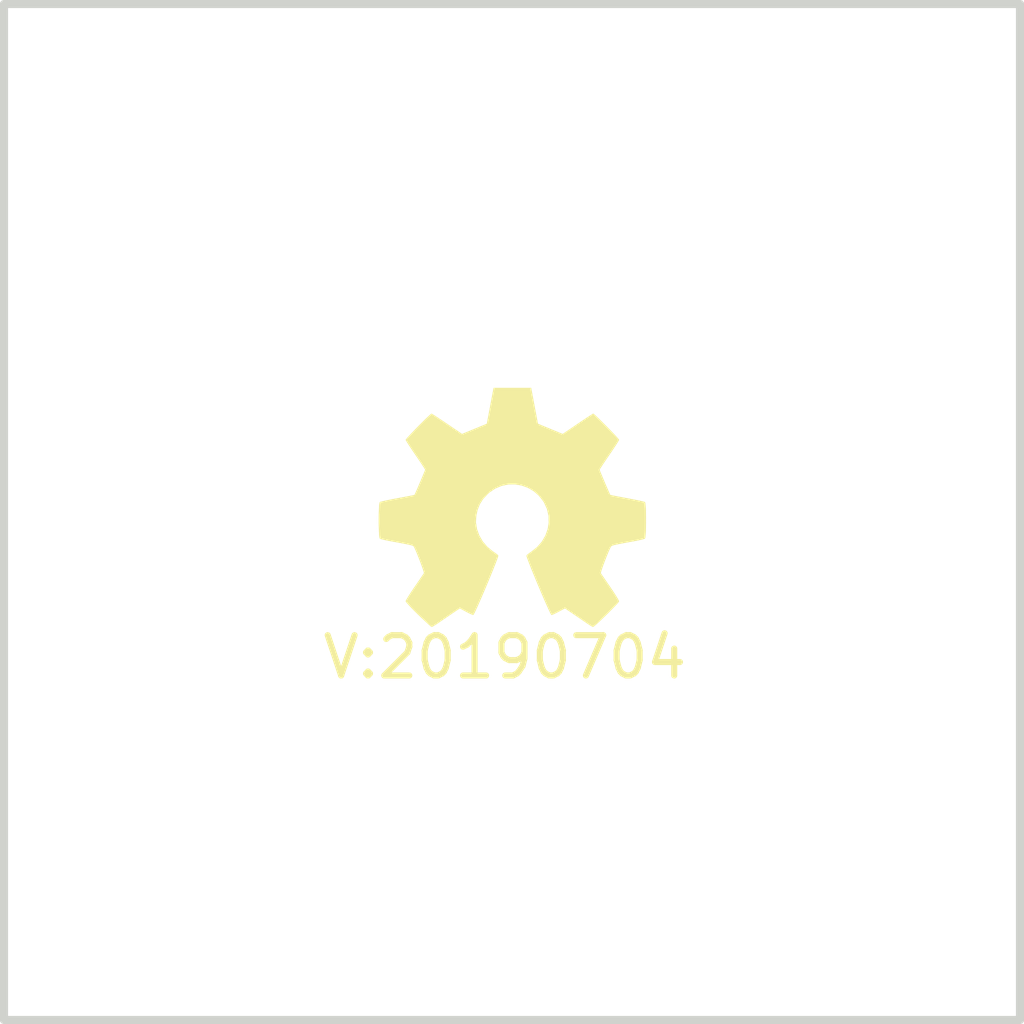
<source format=kicad_pcb>
(kicad_pcb (version 20171130) (host pcbnew 5.1.2-f72e74a~84~ubuntu18.04.1)

  (general
    (thickness 1.6)
    (drawings 4)
    (tracks 0)
    (zones 0)
    (modules 2)
    (nets 1)
  )

  (page A4)
  (layers
    (0 F.Cu signal)
    (31 B.Cu signal)
    (32 B.Adhes user)
    (33 F.Adhes user)
    (34 B.Paste user)
    (35 F.Paste user)
    (36 B.SilkS user)
    (37 F.SilkS user)
    (38 B.Mask user)
    (39 F.Mask user)
    (40 Dwgs.User user)
    (41 Cmts.User user)
    (42 Eco1.User user)
    (43 Eco2.User user)
    (44 Edge.Cuts user)
    (45 Margin user)
    (46 B.CrtYd user)
    (47 F.CrtYd user)
    (48 B.Fab user)
    (49 F.Fab user)
  )

  (setup
    (last_trace_width 0.1524)
    (user_trace_width 0.1524)
    (user_trace_width 0.2)
    (user_trace_width 0.3)
    (user_trace_width 0.4)
    (user_trace_width 0.6)
    (user_trace_width 1)
    (user_trace_width 1.5)
    (user_trace_width 2)
    (trace_clearance 0.1524)
    (zone_clearance 0.508)
    (zone_45_only no)
    (trace_min 0.1524)
    (via_size 0.381)
    (via_drill 0.254)
    (via_min_size 0.381)
    (via_min_drill 0.254)
    (user_via 0.4 0.254)
    (user_via 0.6 0.4)
    (user_via 0.8 0.6)
    (user_via 1 0.8)
    (user_via 1.3 1)
    (user_via 1.5 1.2)
    (user_via 1.7 1.4)
    (user_via 1.9 1.6)
    (uvia_size 0.381)
    (uvia_drill 0.254)
    (uvias_allowed no)
    (uvia_min_size 0.381)
    (uvia_min_drill 0.254)
    (edge_width 0.15)
    (segment_width 0.2)
    (pcb_text_width 0.3)
    (pcb_text_size 1.5 1.5)
    (mod_edge_width 0.15)
    (mod_text_size 1 1)
    (mod_text_width 0.15)
    (pad_size 1.524 1.524)
    (pad_drill 0.762)
    (pad_to_mask_clearance 0.1)
    (solder_mask_min_width 0.15)
    (aux_axis_origin 0 0)
    (visible_elements FFFFFF7F)
    (pcbplotparams
      (layerselection 0x010fc_ffffffff)
      (usegerberextensions true)
      (usegerberattributes false)
      (usegerberadvancedattributes false)
      (creategerberjobfile false)
      (excludeedgelayer true)
      (linewidth 0.100000)
      (plotframeref false)
      (viasonmask false)
      (mode 1)
      (useauxorigin false)
      (hpglpennumber 1)
      (hpglpenspeed 20)
      (hpglpendiameter 15.000000)
      (psnegative false)
      (psa4output false)
      (plotreference true)
      (plotvalue true)
      (plotinvisibletext false)
      (padsonsilk false)
      (subtractmaskfromsilk false)
      (outputformat 1)
      (mirror false)
      (drillshape 0)
      (scaleselection 1)
      (outputdirectory "OSH_Park_2_layer_plots"))
  )

  (net 0 "")

  (net_class Default "This is the default net class."
    (clearance 0.1524)
    (trace_width 0.1524)
    (via_dia 0.381)
    (via_drill 0.254)
    (uvia_dia 0.381)
    (uvia_drill 0.254)
  )

  (module Symbols:OSHW-Symbol_6.7x6mm_SilkScreen (layer F.Cu) (tedit 0) (tstamp 5A135134)
    (at 148 101)
    (descr "Open Source Hardware Symbol")
    (tags "Logo Symbol OSHW")
    (path /5A135869)
    (attr virtual)
    (fp_text reference N1 (at 0 0) (layer F.SilkS) hide
      (effects (font (size 1 1) (thickness 0.15)))
    )
    (fp_text value OHWLOGO (at 0.75 0) (layer F.Fab) hide
      (effects (font (size 1 1) (thickness 0.15)))
    )
    (fp_poly (pts (xy 0.555814 -2.531069) (xy 0.639635 -2.086445) (xy 0.94892 -1.958947) (xy 1.258206 -1.831449)
      (xy 1.629246 -2.083754) (xy 1.733157 -2.154004) (xy 1.827087 -2.216728) (xy 1.906652 -2.269062)
      (xy 1.96747 -2.308143) (xy 2.005157 -2.331107) (xy 2.015421 -2.336058) (xy 2.03391 -2.323324)
      (xy 2.07342 -2.288118) (xy 2.129522 -2.234938) (xy 2.197787 -2.168282) (xy 2.273786 -2.092646)
      (xy 2.353092 -2.012528) (xy 2.431275 -1.932426) (xy 2.503907 -1.856836) (xy 2.566559 -1.790255)
      (xy 2.614803 -1.737182) (xy 2.64421 -1.702113) (xy 2.651241 -1.690377) (xy 2.641123 -1.66874)
      (xy 2.612759 -1.621338) (xy 2.569129 -1.552807) (xy 2.513218 -1.467785) (xy 2.448006 -1.370907)
      (xy 2.410219 -1.31565) (xy 2.341343 -1.214752) (xy 2.28014 -1.123701) (xy 2.229578 -1.04703)
      (xy 2.192628 -0.989272) (xy 2.172258 -0.954957) (xy 2.169197 -0.947746) (xy 2.176136 -0.927252)
      (xy 2.195051 -0.879487) (xy 2.223087 -0.811168) (xy 2.257391 -0.729011) (xy 2.295109 -0.63973)
      (xy 2.333387 -0.550042) (xy 2.36937 -0.466662) (xy 2.400206 -0.396306) (xy 2.423039 -0.34569)
      (xy 2.435017 -0.321529) (xy 2.435724 -0.320578) (xy 2.454531 -0.315964) (xy 2.504618 -0.305672)
      (xy 2.580793 -0.290713) (xy 2.677865 -0.272099) (xy 2.790643 -0.250841) (xy 2.856442 -0.238582)
      (xy 2.97695 -0.215638) (xy 3.085797 -0.193805) (xy 3.177476 -0.174278) (xy 3.246481 -0.158252)
      (xy 3.287304 -0.146921) (xy 3.295511 -0.143326) (xy 3.303548 -0.118994) (xy 3.310033 -0.064041)
      (xy 3.31497 0.015108) (xy 3.318364 0.112026) (xy 3.320218 0.220287) (xy 3.320538 0.333465)
      (xy 3.319327 0.445135) (xy 3.31659 0.548868) (xy 3.312331 0.638241) (xy 3.306555 0.706826)
      (xy 3.299267 0.748197) (xy 3.294895 0.75681) (xy 3.268764 0.767133) (xy 3.213393 0.781892)
      (xy 3.136107 0.799352) (xy 3.04423 0.81778) (xy 3.012158 0.823741) (xy 2.857524 0.852066)
      (xy 2.735375 0.874876) (xy 2.641673 0.89308) (xy 2.572384 0.907583) (xy 2.523471 0.919292)
      (xy 2.490897 0.929115) (xy 2.470628 0.937956) (xy 2.458626 0.946724) (xy 2.456947 0.948457)
      (xy 2.440184 0.976371) (xy 2.414614 1.030695) (xy 2.382788 1.104777) (xy 2.34726 1.191965)
      (xy 2.310583 1.285608) (xy 2.275311 1.379052) (xy 2.243996 1.465647) (xy 2.219193 1.53874)
      (xy 2.203454 1.591678) (xy 2.199332 1.617811) (xy 2.199676 1.618726) (xy 2.213641 1.640086)
      (xy 2.245322 1.687084) (xy 2.291391 1.754827) (xy 2.348518 1.838423) (xy 2.413373 1.932982)
      (xy 2.431843 1.959854) (xy 2.497699 2.057275) (xy 2.55565 2.146163) (xy 2.602538 2.221412)
      (xy 2.635207 2.27792) (xy 2.6505 2.310581) (xy 2.651241 2.314593) (xy 2.638392 2.335684)
      (xy 2.602888 2.377464) (xy 2.549293 2.435445) (xy 2.482171 2.505135) (xy 2.406087 2.582045)
      (xy 2.325604 2.661683) (xy 2.245287 2.739561) (xy 2.169699 2.811186) (xy 2.103405 2.87207)
      (xy 2.050969 2.917721) (xy 2.016955 2.94365) (xy 2.007545 2.947883) (xy 1.985643 2.937912)
      (xy 1.9408 2.91102) (xy 1.880321 2.871736) (xy 1.833789 2.840117) (xy 1.749475 2.782098)
      (xy 1.649626 2.713784) (xy 1.549473 2.645579) (xy 1.495627 2.609075) (xy 1.313371 2.4858)
      (xy 1.160381 2.56852) (xy 1.090682 2.604759) (xy 1.031414 2.632926) (xy 0.991311 2.648991)
      (xy 0.981103 2.651226) (xy 0.968829 2.634722) (xy 0.944613 2.588082) (xy 0.910263 2.515609)
      (xy 0.867588 2.421606) (xy 0.818394 2.310374) (xy 0.76449 2.186215) (xy 0.707684 2.053432)
      (xy 0.649782 1.916327) (xy 0.592593 1.779202) (xy 0.537924 1.646358) (xy 0.487584 1.522098)
      (xy 0.44338 1.410725) (xy 0.407119 1.316539) (xy 0.380609 1.243844) (xy 0.365658 1.196941)
      (xy 0.363254 1.180833) (xy 0.382311 1.160286) (xy 0.424036 1.126933) (xy 0.479706 1.087702)
      (xy 0.484378 1.084599) (xy 0.628264 0.969423) (xy 0.744283 0.835053) (xy 0.83143 0.685784)
      (xy 0.888699 0.525913) (xy 0.915086 0.359737) (xy 0.909585 0.191552) (xy 0.87119 0.025655)
      (xy 0.798895 -0.133658) (xy 0.777626 -0.168513) (xy 0.666996 -0.309263) (xy 0.536302 -0.422286)
      (xy 0.390064 -0.506997) (xy 0.232808 -0.562806) (xy 0.069057 -0.589126) (xy -0.096667 -0.58537)
      (xy -0.259838 -0.55095) (xy -0.415935 -0.485277) (xy -0.560433 -0.387765) (xy -0.605131 -0.348187)
      (xy -0.718888 -0.224297) (xy -0.801782 -0.093876) (xy -0.858644 0.052315) (xy -0.890313 0.197088)
      (xy -0.898131 0.35986) (xy -0.872062 0.52344) (xy -0.814755 0.682298) (xy -0.728856 0.830906)
      (xy -0.617014 0.963735) (xy -0.481877 1.075256) (xy -0.464117 1.087011) (xy -0.40785 1.125508)
      (xy -0.365077 1.158863) (xy -0.344628 1.18016) (xy -0.344331 1.180833) (xy -0.348721 1.203871)
      (xy -0.366124 1.256157) (xy -0.394732 1.33339) (xy -0.432735 1.431268) (xy -0.478326 1.545491)
      (xy -0.529697 1.671758) (xy -0.585038 1.805767) (xy -0.642542 1.943218) (xy -0.700399 2.079808)
      (xy -0.756802 2.211237) (xy -0.809942 2.333205) (xy -0.85801 2.441409) (xy -0.899199 2.531549)
      (xy -0.931699 2.599323) (xy -0.953703 2.64043) (xy -0.962564 2.651226) (xy -0.98964 2.642819)
      (xy -1.040303 2.620272) (xy -1.105817 2.587613) (xy -1.141841 2.56852) (xy -1.294832 2.4858)
      (xy -1.477088 2.609075) (xy -1.570125 2.672228) (xy -1.671985 2.741727) (xy -1.767438 2.807165)
      (xy -1.81525 2.840117) (xy -1.882495 2.885273) (xy -1.939436 2.921057) (xy -1.978646 2.942938)
      (xy -1.991381 2.947563) (xy -2.009917 2.935085) (xy -2.050941 2.900252) (xy -2.110475 2.846678)
      (xy -2.184542 2.777983) (xy -2.269165 2.697781) (xy -2.322685 2.646286) (xy -2.416319 2.554286)
      (xy -2.497241 2.471999) (xy -2.562177 2.402945) (xy -2.607858 2.350644) (xy -2.631011 2.318616)
      (xy -2.633232 2.312116) (xy -2.622924 2.287394) (xy -2.594439 2.237405) (xy -2.550937 2.167212)
      (xy -2.495577 2.081875) (xy -2.43152 1.986456) (xy -2.413303 1.959854) (xy -2.346927 1.863167)
      (xy -2.287378 1.776117) (xy -2.237984 1.703595) (xy -2.202075 1.650493) (xy -2.182981 1.621703)
      (xy -2.181136 1.618726) (xy -2.183895 1.595782) (xy -2.198538 1.545336) (xy -2.222513 1.474041)
      (xy -2.253266 1.388547) (xy -2.288244 1.295507) (xy -2.324893 1.201574) (xy -2.360661 1.113399)
      (xy -2.392994 1.037634) (xy -2.419338 0.980931) (xy -2.437142 0.949943) (xy -2.438407 0.948457)
      (xy -2.449294 0.939601) (xy -2.467682 0.930843) (xy -2.497606 0.921277) (xy -2.543103 0.909996)
      (xy -2.608209 0.896093) (xy -2.696961 0.878663) (xy -2.813393 0.856798) (xy -2.961542 0.829591)
      (xy -2.993618 0.823741) (xy -3.088686 0.805374) (xy -3.171565 0.787405) (xy -3.23493 0.771569)
      (xy -3.271458 0.7596) (xy -3.276356 0.75681) (xy -3.284427 0.732072) (xy -3.290987 0.67679)
      (xy -3.296033 0.597389) (xy -3.299559 0.500296) (xy -3.301561 0.391938) (xy -3.302036 0.27874)
      (xy -3.300977 0.167128) (xy -3.298382 0.063529) (xy -3.294246 -0.025632) (xy -3.288563 -0.093928)
      (xy -3.281331 -0.134934) (xy -3.276971 -0.143326) (xy -3.252698 -0.151792) (xy -3.197426 -0.165565)
      (xy -3.116662 -0.18345) (xy -3.015912 -0.204252) (xy -2.900683 -0.226777) (xy -2.837902 -0.238582)
      (xy -2.718787 -0.260849) (xy -2.612565 -0.281021) (xy -2.524427 -0.298085) (xy -2.459566 -0.311031)
      (xy -2.423174 -0.318845) (xy -2.417184 -0.320578) (xy -2.407061 -0.34011) (xy -2.385662 -0.387157)
      (xy -2.355839 -0.454997) (xy -2.320445 -0.536909) (xy -2.282332 -0.626172) (xy -2.244353 -0.716065)
      (xy -2.20936 -0.799865) (xy -2.180206 -0.870853) (xy -2.159743 -0.922306) (xy -2.150823 -0.947503)
      (xy -2.150657 -0.948604) (xy -2.160769 -0.968481) (xy -2.189117 -1.014223) (xy -2.232723 -1.081283)
      (xy -2.288606 -1.165116) (xy -2.353787 -1.261174) (xy -2.391679 -1.31635) (xy -2.460725 -1.417519)
      (xy -2.52205 -1.50937) (xy -2.572663 -1.587256) (xy -2.609571 -1.646531) (xy -2.629782 -1.682549)
      (xy -2.632701 -1.690623) (xy -2.620153 -1.709416) (xy -2.585463 -1.749543) (xy -2.533063 -1.806507)
      (xy -2.467384 -1.875815) (xy -2.392856 -1.952969) (xy -2.313913 -2.033475) (xy -2.234983 -2.112837)
      (xy -2.1605 -2.18656) (xy -2.094894 -2.250148) (xy -2.042596 -2.299106) (xy -2.008039 -2.328939)
      (xy -1.996478 -2.336058) (xy -1.977654 -2.326047) (xy -1.932631 -2.297922) (xy -1.865787 -2.254546)
      (xy -1.781499 -2.198782) (xy -1.684144 -2.133494) (xy -1.610707 -2.083754) (xy -1.239667 -1.831449)
      (xy -0.621095 -2.086445) (xy -0.537275 -2.531069) (xy -0.453454 -2.975693) (xy 0.471994 -2.975693)
      (xy 0.555814 -2.531069)) (layer F.SilkS) (width 0.01))
  )

  (module SquantorLabels:Label_version (layer F.Cu) (tedit 5B5A1E49) (tstamp 5B96DD88)
    (at 148.9 104.8)
    (path /5A1357A5)
    (fp_text reference N2 (at 0 1.4) (layer F.Fab) hide
      (effects (font (size 1 1) (thickness 0.15)))
    )
    (fp_text value 20190704 (at -0.4 -0.1) (layer F.SilkS)
      (effects (font (size 1 1) (thickness 0.15)))
    )
    (fp_text user V: (at -4.9 -0.1) (layer F.SilkS)
      (effects (font (size 1 1) (thickness 0.15)))
    )
  )

  (gr_line (start 135.4 113.7) (end 135.4 88.5) (layer Edge.Cuts) (width 0.2))
  (gr_line (start 160.6 113.7) (end 135.4 113.7) (layer Edge.Cuts) (width 0.2))
  (gr_line (start 160.6 88.5) (end 160.6 113.7) (layer Edge.Cuts) (width 0.2))
  (gr_line (start 135.4 88.5) (end 160.6 88.5) (layer Edge.Cuts) (width 0.2))

)

</source>
